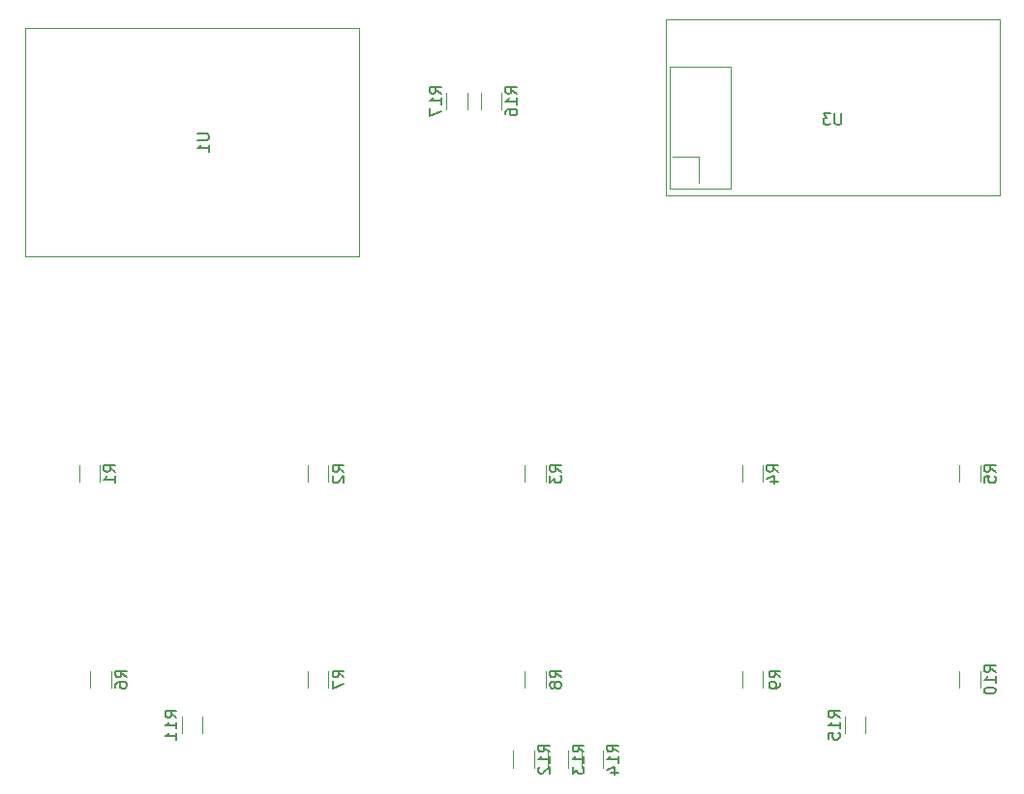
<source format=gbo>
%TF.GenerationSoftware,KiCad,Pcbnew,6.0.5-a6ca702e91~116~ubuntu22.04.1*%
%TF.CreationDate,2022-07-07T11:21:45+05:30*%
%TF.ProjectId,macro_pad,6d616372-6f5f-4706-9164-2e6b69636164,rev?*%
%TF.SameCoordinates,Original*%
%TF.FileFunction,Legend,Bot*%
%TF.FilePolarity,Positive*%
%FSLAX46Y46*%
G04 Gerber Fmt 4.6, Leading zero omitted, Abs format (unit mm)*
G04 Created by KiCad (PCBNEW 6.0.5-a6ca702e91~116~ubuntu22.04.1) date 2022-07-07 11:21:45*
%MOMM*%
%LPD*%
G01*
G04 APERTURE LIST*
%ADD10C,0.150000*%
%ADD11C,0.120000*%
G04 APERTURE END LIST*
D10*
%TO.C,R6*%
X106272380Y-136833333D02*
X105796190Y-136500000D01*
X106272380Y-136261904D02*
X105272380Y-136261904D01*
X105272380Y-136642857D01*
X105320000Y-136738095D01*
X105367619Y-136785714D01*
X105462857Y-136833333D01*
X105605714Y-136833333D01*
X105700952Y-136785714D01*
X105748571Y-136738095D01*
X105796190Y-136642857D01*
X105796190Y-136261904D01*
X105272380Y-137690476D02*
X105272380Y-137500000D01*
X105320000Y-137404761D01*
X105367619Y-137357142D01*
X105510476Y-137261904D01*
X105700952Y-137214285D01*
X106081904Y-137214285D01*
X106177142Y-137261904D01*
X106224761Y-137309523D01*
X106272380Y-137404761D01*
X106272380Y-137595238D01*
X106224761Y-137690476D01*
X106177142Y-137738095D01*
X106081904Y-137785714D01*
X105843809Y-137785714D01*
X105748571Y-137738095D01*
X105700952Y-137690476D01*
X105653333Y-137595238D01*
X105653333Y-137404761D01*
X105700952Y-137309523D01*
X105748571Y-137261904D01*
X105843809Y-137214285D01*
%TO.C,R17*%
X133762380Y-85702142D02*
X133286190Y-85368809D01*
X133762380Y-85130714D02*
X132762380Y-85130714D01*
X132762380Y-85511666D01*
X132810000Y-85606904D01*
X132857619Y-85654523D01*
X132952857Y-85702142D01*
X133095714Y-85702142D01*
X133190952Y-85654523D01*
X133238571Y-85606904D01*
X133286190Y-85511666D01*
X133286190Y-85130714D01*
X133762380Y-86654523D02*
X133762380Y-86083095D01*
X133762380Y-86368809D02*
X132762380Y-86368809D01*
X132905238Y-86273571D01*
X133000476Y-86178333D01*
X133048095Y-86083095D01*
X132762380Y-86987857D02*
X132762380Y-87654523D01*
X133762380Y-87225952D01*
%TO.C,R3*%
X144272380Y-118833333D02*
X143796190Y-118500000D01*
X144272380Y-118261904D02*
X143272380Y-118261904D01*
X143272380Y-118642857D01*
X143320000Y-118738095D01*
X143367619Y-118785714D01*
X143462857Y-118833333D01*
X143605714Y-118833333D01*
X143700952Y-118785714D01*
X143748571Y-118738095D01*
X143796190Y-118642857D01*
X143796190Y-118261904D01*
X143272380Y-119166666D02*
X143272380Y-119785714D01*
X143653333Y-119452380D01*
X143653333Y-119595238D01*
X143700952Y-119690476D01*
X143748571Y-119738095D01*
X143843809Y-119785714D01*
X144081904Y-119785714D01*
X144177142Y-119738095D01*
X144224761Y-119690476D01*
X144272380Y-119595238D01*
X144272380Y-119309523D01*
X144224761Y-119214285D01*
X144177142Y-119166666D01*
%TO.C,R2*%
X125272380Y-118833333D02*
X124796190Y-118500000D01*
X125272380Y-118261904D02*
X124272380Y-118261904D01*
X124272380Y-118642857D01*
X124320000Y-118738095D01*
X124367619Y-118785714D01*
X124462857Y-118833333D01*
X124605714Y-118833333D01*
X124700952Y-118785714D01*
X124748571Y-118738095D01*
X124796190Y-118642857D01*
X124796190Y-118261904D01*
X124367619Y-119214285D02*
X124320000Y-119261904D01*
X124272380Y-119357142D01*
X124272380Y-119595238D01*
X124320000Y-119690476D01*
X124367619Y-119738095D01*
X124462857Y-119785714D01*
X124558095Y-119785714D01*
X124700952Y-119738095D01*
X125272380Y-119166666D01*
X125272380Y-119785714D01*
%TO.C,R7*%
X125272380Y-136833333D02*
X124796190Y-136500000D01*
X125272380Y-136261904D02*
X124272380Y-136261904D01*
X124272380Y-136642857D01*
X124320000Y-136738095D01*
X124367619Y-136785714D01*
X124462857Y-136833333D01*
X124605714Y-136833333D01*
X124700952Y-136785714D01*
X124748571Y-136738095D01*
X124796190Y-136642857D01*
X124796190Y-136261904D01*
X124272380Y-137166666D02*
X124272380Y-137833333D01*
X125272380Y-137404761D01*
%TO.C,U1*%
X112452380Y-89238095D02*
X113261904Y-89238095D01*
X113357142Y-89285714D01*
X113404761Y-89333333D01*
X113452380Y-89428571D01*
X113452380Y-89619047D01*
X113404761Y-89714285D01*
X113357142Y-89761904D01*
X113261904Y-89809523D01*
X112452380Y-89809523D01*
X113452380Y-90809523D02*
X113452380Y-90238095D01*
X113452380Y-90523809D02*
X112452380Y-90523809D01*
X112595238Y-90428571D01*
X112690476Y-90333333D01*
X112738095Y-90238095D01*
%TO.C,R16*%
X140402380Y-85739642D02*
X139926190Y-85406309D01*
X140402380Y-85168214D02*
X139402380Y-85168214D01*
X139402380Y-85549166D01*
X139450000Y-85644404D01*
X139497619Y-85692023D01*
X139592857Y-85739642D01*
X139735714Y-85739642D01*
X139830952Y-85692023D01*
X139878571Y-85644404D01*
X139926190Y-85549166D01*
X139926190Y-85168214D01*
X140402380Y-86692023D02*
X140402380Y-86120595D01*
X140402380Y-86406309D02*
X139402380Y-86406309D01*
X139545238Y-86311071D01*
X139640476Y-86215833D01*
X139688095Y-86120595D01*
X139402380Y-87549166D02*
X139402380Y-87358690D01*
X139450000Y-87263452D01*
X139497619Y-87215833D01*
X139640476Y-87120595D01*
X139830952Y-87072976D01*
X140211904Y-87072976D01*
X140307142Y-87120595D01*
X140354761Y-87168214D01*
X140402380Y-87263452D01*
X140402380Y-87453928D01*
X140354761Y-87549166D01*
X140307142Y-87596785D01*
X140211904Y-87644404D01*
X139973809Y-87644404D01*
X139878571Y-87596785D01*
X139830952Y-87549166D01*
X139783333Y-87453928D01*
X139783333Y-87263452D01*
X139830952Y-87168214D01*
X139878571Y-87120595D01*
X139973809Y-87072976D01*
%TO.C,R11*%
X110632380Y-140357142D02*
X110156190Y-140023809D01*
X110632380Y-139785714D02*
X109632380Y-139785714D01*
X109632380Y-140166666D01*
X109680000Y-140261904D01*
X109727619Y-140309523D01*
X109822857Y-140357142D01*
X109965714Y-140357142D01*
X110060952Y-140309523D01*
X110108571Y-140261904D01*
X110156190Y-140166666D01*
X110156190Y-139785714D01*
X110632380Y-141309523D02*
X110632380Y-140738095D01*
X110632380Y-141023809D02*
X109632380Y-141023809D01*
X109775238Y-140928571D01*
X109870476Y-140833333D01*
X109918095Y-140738095D01*
X110632380Y-142261904D02*
X110632380Y-141690476D01*
X110632380Y-141976190D02*
X109632380Y-141976190D01*
X109775238Y-141880952D01*
X109870476Y-141785714D01*
X109918095Y-141690476D01*
%TO.C,R8*%
X144272380Y-136833333D02*
X143796190Y-136500000D01*
X144272380Y-136261904D02*
X143272380Y-136261904D01*
X143272380Y-136642857D01*
X143320000Y-136738095D01*
X143367619Y-136785714D01*
X143462857Y-136833333D01*
X143605714Y-136833333D01*
X143700952Y-136785714D01*
X143748571Y-136738095D01*
X143796190Y-136642857D01*
X143796190Y-136261904D01*
X143700952Y-137404761D02*
X143653333Y-137309523D01*
X143605714Y-137261904D01*
X143510476Y-137214285D01*
X143462857Y-137214285D01*
X143367619Y-137261904D01*
X143320000Y-137309523D01*
X143272380Y-137404761D01*
X143272380Y-137595238D01*
X143320000Y-137690476D01*
X143367619Y-137738095D01*
X143462857Y-137785714D01*
X143510476Y-137785714D01*
X143605714Y-137738095D01*
X143653333Y-137690476D01*
X143700952Y-137595238D01*
X143700952Y-137404761D01*
X143748571Y-137309523D01*
X143796190Y-137261904D01*
X143891428Y-137214285D01*
X144081904Y-137214285D01*
X144177142Y-137261904D01*
X144224761Y-137309523D01*
X144272380Y-137404761D01*
X144272380Y-137595238D01*
X144224761Y-137690476D01*
X144177142Y-137738095D01*
X144081904Y-137785714D01*
X143891428Y-137785714D01*
X143796190Y-137738095D01*
X143748571Y-137690476D01*
X143700952Y-137595238D01*
%TO.C,R5*%
X182272380Y-118833333D02*
X181796190Y-118500000D01*
X182272380Y-118261904D02*
X181272380Y-118261904D01*
X181272380Y-118642857D01*
X181320000Y-118738095D01*
X181367619Y-118785714D01*
X181462857Y-118833333D01*
X181605714Y-118833333D01*
X181700952Y-118785714D01*
X181748571Y-118738095D01*
X181796190Y-118642857D01*
X181796190Y-118261904D01*
X181272380Y-119738095D02*
X181272380Y-119261904D01*
X181748571Y-119214285D01*
X181700952Y-119261904D01*
X181653333Y-119357142D01*
X181653333Y-119595238D01*
X181700952Y-119690476D01*
X181748571Y-119738095D01*
X181843809Y-119785714D01*
X182081904Y-119785714D01*
X182177142Y-119738095D01*
X182224761Y-119690476D01*
X182272380Y-119595238D01*
X182272380Y-119357142D01*
X182224761Y-119261904D01*
X182177142Y-119214285D01*
%TO.C,R15*%
X168632380Y-140357142D02*
X168156190Y-140023809D01*
X168632380Y-139785714D02*
X167632380Y-139785714D01*
X167632380Y-140166666D01*
X167680000Y-140261904D01*
X167727619Y-140309523D01*
X167822857Y-140357142D01*
X167965714Y-140357142D01*
X168060952Y-140309523D01*
X168108571Y-140261904D01*
X168156190Y-140166666D01*
X168156190Y-139785714D01*
X168632380Y-141309523D02*
X168632380Y-140738095D01*
X168632380Y-141023809D02*
X167632380Y-141023809D01*
X167775238Y-140928571D01*
X167870476Y-140833333D01*
X167918095Y-140738095D01*
X167632380Y-142214285D02*
X167632380Y-141738095D01*
X168108571Y-141690476D01*
X168060952Y-141738095D01*
X168013333Y-141833333D01*
X168013333Y-142071428D01*
X168060952Y-142166666D01*
X168108571Y-142214285D01*
X168203809Y-142261904D01*
X168441904Y-142261904D01*
X168537142Y-142214285D01*
X168584761Y-142166666D01*
X168632380Y-142071428D01*
X168632380Y-141833333D01*
X168584761Y-141738095D01*
X168537142Y-141690476D01*
%TO.C,U3*%
X168761904Y-87452380D02*
X168761904Y-88261904D01*
X168714285Y-88357142D01*
X168666666Y-88404761D01*
X168571428Y-88452380D01*
X168380952Y-88452380D01*
X168285714Y-88404761D01*
X168238095Y-88357142D01*
X168190476Y-88261904D01*
X168190476Y-87452380D01*
X167809523Y-87452380D02*
X167190476Y-87452380D01*
X167523809Y-87833333D01*
X167380952Y-87833333D01*
X167285714Y-87880952D01*
X167238095Y-87928571D01*
X167190476Y-88023809D01*
X167190476Y-88261904D01*
X167238095Y-88357142D01*
X167285714Y-88404761D01*
X167380952Y-88452380D01*
X167666666Y-88452380D01*
X167761904Y-88404761D01*
X167809523Y-88357142D01*
%TO.C,R13*%
X146272380Y-143357142D02*
X145796190Y-143023809D01*
X146272380Y-142785714D02*
X145272380Y-142785714D01*
X145272380Y-143166666D01*
X145320000Y-143261904D01*
X145367619Y-143309523D01*
X145462857Y-143357142D01*
X145605714Y-143357142D01*
X145700952Y-143309523D01*
X145748571Y-143261904D01*
X145796190Y-143166666D01*
X145796190Y-142785714D01*
X146272380Y-144309523D02*
X146272380Y-143738095D01*
X146272380Y-144023809D02*
X145272380Y-144023809D01*
X145415238Y-143928571D01*
X145510476Y-143833333D01*
X145558095Y-143738095D01*
X145272380Y-144642857D02*
X145272380Y-145261904D01*
X145653333Y-144928571D01*
X145653333Y-145071428D01*
X145700952Y-145166666D01*
X145748571Y-145214285D01*
X145843809Y-145261904D01*
X146081904Y-145261904D01*
X146177142Y-145214285D01*
X146224761Y-145166666D01*
X146272380Y-145071428D01*
X146272380Y-144785714D01*
X146224761Y-144690476D01*
X146177142Y-144642857D01*
%TO.C,R14*%
X149272380Y-143357142D02*
X148796190Y-143023809D01*
X149272380Y-142785714D02*
X148272380Y-142785714D01*
X148272380Y-143166666D01*
X148320000Y-143261904D01*
X148367619Y-143309523D01*
X148462857Y-143357142D01*
X148605714Y-143357142D01*
X148700952Y-143309523D01*
X148748571Y-143261904D01*
X148796190Y-143166666D01*
X148796190Y-142785714D01*
X149272380Y-144309523D02*
X149272380Y-143738095D01*
X149272380Y-144023809D02*
X148272380Y-144023809D01*
X148415238Y-143928571D01*
X148510476Y-143833333D01*
X148558095Y-143738095D01*
X148605714Y-145166666D02*
X149272380Y-145166666D01*
X148224761Y-144928571D02*
X148939047Y-144690476D01*
X148939047Y-145309523D01*
%TO.C,R10*%
X182272380Y-136357142D02*
X181796190Y-136023809D01*
X182272380Y-135785714D02*
X181272380Y-135785714D01*
X181272380Y-136166666D01*
X181320000Y-136261904D01*
X181367619Y-136309523D01*
X181462857Y-136357142D01*
X181605714Y-136357142D01*
X181700952Y-136309523D01*
X181748571Y-136261904D01*
X181796190Y-136166666D01*
X181796190Y-135785714D01*
X182272380Y-137309523D02*
X182272380Y-136738095D01*
X182272380Y-137023809D02*
X181272380Y-137023809D01*
X181415238Y-136928571D01*
X181510476Y-136833333D01*
X181558095Y-136738095D01*
X181272380Y-137928571D02*
X181272380Y-138023809D01*
X181320000Y-138119047D01*
X181367619Y-138166666D01*
X181462857Y-138214285D01*
X181653333Y-138261904D01*
X181891428Y-138261904D01*
X182081904Y-138214285D01*
X182177142Y-138166666D01*
X182224761Y-138119047D01*
X182272380Y-138023809D01*
X182272380Y-137928571D01*
X182224761Y-137833333D01*
X182177142Y-137785714D01*
X182081904Y-137738095D01*
X181891428Y-137690476D01*
X181653333Y-137690476D01*
X181462857Y-137738095D01*
X181367619Y-137785714D01*
X181320000Y-137833333D01*
X181272380Y-137928571D01*
%TO.C,R1*%
X105272380Y-118833333D02*
X104796190Y-118500000D01*
X105272380Y-118261904D02*
X104272380Y-118261904D01*
X104272380Y-118642857D01*
X104320000Y-118738095D01*
X104367619Y-118785714D01*
X104462857Y-118833333D01*
X104605714Y-118833333D01*
X104700952Y-118785714D01*
X104748571Y-118738095D01*
X104796190Y-118642857D01*
X104796190Y-118261904D01*
X105272380Y-119785714D02*
X105272380Y-119214285D01*
X105272380Y-119500000D02*
X104272380Y-119500000D01*
X104415238Y-119404761D01*
X104510476Y-119309523D01*
X104558095Y-119214285D01*
%TO.C,R12*%
X143272380Y-143357142D02*
X142796190Y-143023809D01*
X143272380Y-142785714D02*
X142272380Y-142785714D01*
X142272380Y-143166666D01*
X142320000Y-143261904D01*
X142367619Y-143309523D01*
X142462857Y-143357142D01*
X142605714Y-143357142D01*
X142700952Y-143309523D01*
X142748571Y-143261904D01*
X142796190Y-143166666D01*
X142796190Y-142785714D01*
X143272380Y-144309523D02*
X143272380Y-143738095D01*
X143272380Y-144023809D02*
X142272380Y-144023809D01*
X142415238Y-143928571D01*
X142510476Y-143833333D01*
X142558095Y-143738095D01*
X142367619Y-144690476D02*
X142320000Y-144738095D01*
X142272380Y-144833333D01*
X142272380Y-145071428D01*
X142320000Y-145166666D01*
X142367619Y-145214285D01*
X142462857Y-145261904D01*
X142558095Y-145261904D01*
X142700952Y-145214285D01*
X143272380Y-144642857D01*
X143272380Y-145261904D01*
%TO.C,R4*%
X163272380Y-118833333D02*
X162796190Y-118500000D01*
X163272380Y-118261904D02*
X162272380Y-118261904D01*
X162272380Y-118642857D01*
X162320000Y-118738095D01*
X162367619Y-118785714D01*
X162462857Y-118833333D01*
X162605714Y-118833333D01*
X162700952Y-118785714D01*
X162748571Y-118738095D01*
X162796190Y-118642857D01*
X162796190Y-118261904D01*
X162605714Y-119690476D02*
X163272380Y-119690476D01*
X162224761Y-119452380D02*
X162939047Y-119214285D01*
X162939047Y-119833333D01*
%TO.C,R9*%
X163452380Y-136833333D02*
X162976190Y-136500000D01*
X163452380Y-136261904D02*
X162452380Y-136261904D01*
X162452380Y-136642857D01*
X162500000Y-136738095D01*
X162547619Y-136785714D01*
X162642857Y-136833333D01*
X162785714Y-136833333D01*
X162880952Y-136785714D01*
X162928571Y-136738095D01*
X162976190Y-136642857D01*
X162976190Y-136261904D01*
X163452380Y-137309523D02*
X163452380Y-137500000D01*
X163404761Y-137595238D01*
X163357142Y-137642857D01*
X163214285Y-137738095D01*
X163023809Y-137785714D01*
X162642857Y-137785714D01*
X162547619Y-137738095D01*
X162500000Y-137690476D01*
X162452380Y-137595238D01*
X162452380Y-137404761D01*
X162500000Y-137309523D01*
X162547619Y-137261904D01*
X162642857Y-137214285D01*
X162880952Y-137214285D01*
X162976190Y-137261904D01*
X163023809Y-137309523D01*
X163071428Y-137404761D01*
X163071428Y-137595238D01*
X163023809Y-137690476D01*
X162976190Y-137738095D01*
X162880952Y-137785714D01*
D11*
%TO.C,R6*%
X104910000Y-137727064D02*
X104910000Y-136272936D01*
X103090000Y-137727064D02*
X103090000Y-136272936D01*
%TO.C,R17*%
X134220000Y-85617936D02*
X134220000Y-87072064D01*
X136040000Y-85617936D02*
X136040000Y-87072064D01*
%TO.C,R3*%
X141090000Y-119727064D02*
X141090000Y-118272936D01*
X142910000Y-119727064D02*
X142910000Y-118272936D01*
%TO.C,R2*%
X122090000Y-119727064D02*
X122090000Y-118272936D01*
X123910000Y-119727064D02*
X123910000Y-118272936D01*
%TO.C,R7*%
X122090000Y-137727064D02*
X122090000Y-136272936D01*
X123910000Y-137727064D02*
X123910000Y-136272936D01*
%TO.C,U1*%
X97375000Y-100000000D02*
X126625000Y-100000000D01*
X126625000Y-100000000D02*
X126625000Y-80000000D01*
X126625000Y-80000000D02*
X97375000Y-80000000D01*
X97375000Y-80000000D02*
X97375000Y-100000000D01*
%TO.C,R16*%
X139040000Y-87109564D02*
X139040000Y-85655436D01*
X137220000Y-87109564D02*
X137220000Y-85655436D01*
%TO.C,R11*%
X111090000Y-140272936D02*
X111090000Y-141727064D01*
X112910000Y-140272936D02*
X112910000Y-141727064D01*
%TO.C,R8*%
X141090000Y-137727064D02*
X141090000Y-136272936D01*
X142910000Y-137727064D02*
X142910000Y-136272936D01*
%TO.C,R5*%
X179090000Y-119727064D02*
X179090000Y-118272936D01*
X180910000Y-119727064D02*
X180910000Y-118272936D01*
%TO.C,R15*%
X170910000Y-140272936D02*
X170910000Y-141727064D01*
X169090000Y-140272936D02*
X169090000Y-141727064D01*
%TO.C,U3*%
X182600000Y-94640000D02*
X182600000Y-79190000D01*
X153730000Y-94064000D02*
X153730000Y-94064000D01*
X156270000Y-93556000D02*
X156270000Y-91270000D01*
X153730000Y-83396000D02*
X153730000Y-94064000D01*
X153400000Y-94640000D02*
X153400000Y-94640000D01*
X153400000Y-79190000D02*
X153400000Y-94640000D01*
X159064000Y-94064000D02*
X159064000Y-83396000D01*
X156270000Y-91270000D02*
X153984000Y-91270000D01*
X182600000Y-79190000D02*
X153400000Y-79190000D01*
X153984000Y-91270000D02*
X153984000Y-91270000D01*
X153730000Y-83396000D02*
X153730000Y-83396000D01*
X153400000Y-94640000D02*
X182600000Y-94640000D01*
X153730000Y-94064000D02*
X159064000Y-94064000D01*
X159064000Y-83396000D02*
X153730000Y-83396000D01*
%TO.C,R13*%
X144910000Y-144727064D02*
X144910000Y-143272936D01*
X143090000Y-144727064D02*
X143090000Y-143272936D01*
%TO.C,R14*%
X147910000Y-144727064D02*
X147910000Y-143272936D01*
X146090000Y-144727064D02*
X146090000Y-143272936D01*
%TO.C,R10*%
X179090000Y-137727064D02*
X179090000Y-136272936D01*
X180910000Y-137727064D02*
X180910000Y-136272936D01*
%TO.C,R1*%
X102090000Y-119727064D02*
X102090000Y-118272936D01*
X103910000Y-119727064D02*
X103910000Y-118272936D01*
%TO.C,R12*%
X140090000Y-144727064D02*
X140090000Y-143272936D01*
X141910000Y-144727064D02*
X141910000Y-143272936D01*
%TO.C,R4*%
X160090000Y-119727064D02*
X160090000Y-118272936D01*
X161910000Y-119727064D02*
X161910000Y-118272936D01*
%TO.C,R9*%
X161910000Y-137727064D02*
X161910000Y-136272936D01*
X160090000Y-137727064D02*
X160090000Y-136272936D01*
%TD*%
M02*

</source>
